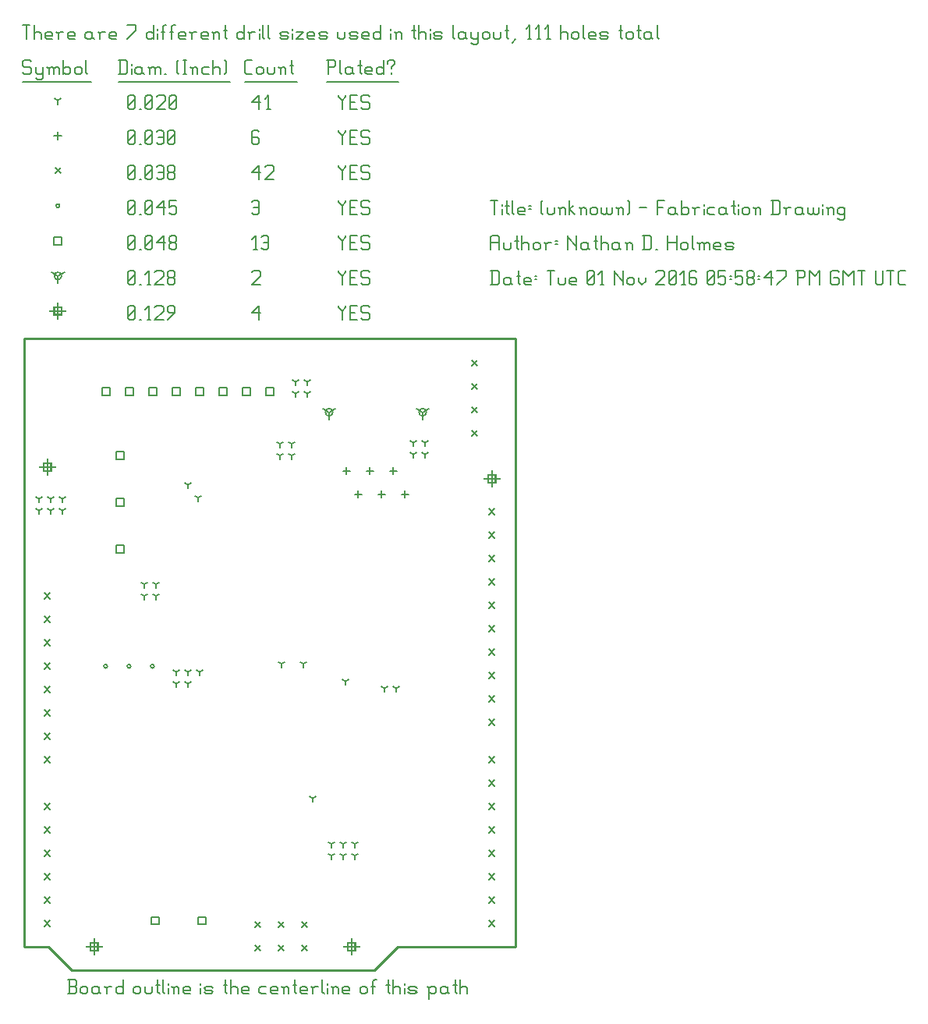
<source format=gbr>
G04 start of page 12 for group -3984 idx -3984 *
G04 Title: (unknown), fab *
G04 Creator: pcb 20140316 *
G04 CreationDate: Tue 01 Nov 2016 05:58:47 PM GMT UTC *
G04 For: ndholmes *
G04 Format: Gerber/RS-274X *
G04 PCB-Dimensions (mil): 2110.00 2710.00 *
G04 PCB-Coordinate-Origin: lower left *
%MOIN*%
%FSLAX25Y25*%
%LNFAB*%
%ADD103C,0.0100*%
%ADD102C,0.0060*%
%ADD101R,0.0080X0.0080*%
G54D101*X140500Y13700D02*Y7300D01*
X137300Y10500D02*X143700D01*
X138900Y12100D02*X142100D01*
X138900D02*Y8900D01*
X142100D01*
Y12100D02*Y8900D01*
X200500Y213700D02*Y207300D01*
X197300Y210500D02*X203700D01*
X198900Y212100D02*X202100D01*
X198900D02*Y208900D01*
X202100D01*
Y212100D02*Y208900D01*
X10500Y218700D02*Y212300D01*
X7300Y215500D02*X13700D01*
X8900Y217100D02*X12100D01*
X8900D02*Y213900D01*
X12100D01*
Y217100D02*Y213900D01*
X30500Y13700D02*Y7300D01*
X27300Y10500D02*X33700D01*
X28900Y12100D02*X32100D01*
X28900D02*Y8900D01*
X32100D01*
Y12100D02*Y8900D01*
X15000Y285450D02*Y279050D01*
X11800Y282250D02*X18200D01*
X13400Y283850D02*X16600D01*
X13400D02*Y280650D01*
X16600D01*
Y283850D02*Y280650D01*
G54D102*X135000Y284500D02*Y283750D01*
X136500Y282250D01*
X138000Y283750D01*
Y284500D02*Y283750D01*
X136500Y282250D02*Y278500D01*
X139800Y281500D02*X142050D01*
X139800Y278500D02*X142800D01*
X139800Y284500D02*Y278500D01*
Y284500D02*X142800D01*
X147600D02*X148350Y283750D01*
X145350Y284500D02*X147600D01*
X144600Y283750D02*X145350Y284500D01*
X144600Y283750D02*Y282250D01*
X145350Y281500D01*
X147600D01*
X148350Y280750D01*
Y279250D01*
X147600Y278500D02*X148350Y279250D01*
X145350Y278500D02*X147600D01*
X144600Y279250D02*X145350Y278500D01*
X98000Y281500D02*X101000Y284500D01*
X98000Y281500D02*X101750D01*
X101000Y284500D02*Y278500D01*
X45000Y279250D02*X45750Y278500D01*
X45000Y283750D02*Y279250D01*
Y283750D02*X45750Y284500D01*
X47250D01*
X48000Y283750D01*
Y279250D01*
X47250Y278500D02*X48000Y279250D01*
X45750Y278500D02*X47250D01*
X45000Y280000D02*X48000Y283000D01*
X49800Y278500D02*X50550D01*
X53100D02*X54600D01*
X53850Y284500D02*Y278500D01*
X52350Y283000D02*X53850Y284500D01*
X56400Y283750D02*X57150Y284500D01*
X59400D01*
X60150Y283750D01*
Y282250D01*
X56400Y278500D02*X60150Y282250D01*
X56400Y278500D02*X60150D01*
X61950D02*X64950Y281500D01*
Y283750D02*Y281500D01*
X64200Y284500D02*X64950Y283750D01*
X62700Y284500D02*X64200D01*
X61950Y283750D02*X62700Y284500D01*
X61950Y283750D02*Y282250D01*
X62700Y281500D01*
X64950D01*
X170900Y239000D02*Y235800D01*
Y239000D02*X173673Y240600D01*
X170900Y239000D02*X168127Y240600D01*
X169300Y239000D02*G75*G03X172500Y239000I1600J0D01*G01*
G75*G03X169300Y239000I-1600J0D01*G01*
X130900D02*Y235800D01*
Y239000D02*X133673Y240600D01*
X130900Y239000D02*X128127Y240600D01*
X129300Y239000D02*G75*G03X132500Y239000I1600J0D01*G01*
G75*G03X129300Y239000I-1600J0D01*G01*
X15000Y297250D02*Y294050D01*
Y297250D02*X17773Y298850D01*
X15000Y297250D02*X12227Y298850D01*
X13400Y297250D02*G75*G03X16600Y297250I1600J0D01*G01*
G75*G03X13400Y297250I-1600J0D01*G01*
X135000Y299500D02*Y298750D01*
X136500Y297250D01*
X138000Y298750D01*
Y299500D02*Y298750D01*
X136500Y297250D02*Y293500D01*
X139800Y296500D02*X142050D01*
X139800Y293500D02*X142800D01*
X139800Y299500D02*Y293500D01*
Y299500D02*X142800D01*
X147600D02*X148350Y298750D01*
X145350Y299500D02*X147600D01*
X144600Y298750D02*X145350Y299500D01*
X144600Y298750D02*Y297250D01*
X145350Y296500D01*
X147600D01*
X148350Y295750D01*
Y294250D01*
X147600Y293500D02*X148350Y294250D01*
X145350Y293500D02*X147600D01*
X144600Y294250D02*X145350Y293500D01*
X98000Y298750D02*X98750Y299500D01*
X101000D01*
X101750Y298750D01*
Y297250D01*
X98000Y293500D02*X101750Y297250D01*
X98000Y293500D02*X101750D01*
X45000Y294250D02*X45750Y293500D01*
X45000Y298750D02*Y294250D01*
Y298750D02*X45750Y299500D01*
X47250D01*
X48000Y298750D01*
Y294250D01*
X47250Y293500D02*X48000Y294250D01*
X45750Y293500D02*X47250D01*
X45000Y295000D02*X48000Y298000D01*
X49800Y293500D02*X50550D01*
X53100D02*X54600D01*
X53850Y299500D02*Y293500D01*
X52350Y298000D02*X53850Y299500D01*
X56400Y298750D02*X57150Y299500D01*
X59400D01*
X60150Y298750D01*
Y297250D01*
X56400Y293500D02*X60150Y297250D01*
X56400Y293500D02*X60150D01*
X61950Y294250D02*X62700Y293500D01*
X61950Y295750D02*Y294250D01*
Y295750D02*X62700Y296500D01*
X64200D01*
X64950Y295750D01*
Y294250D01*
X64200Y293500D02*X64950Y294250D01*
X62700Y293500D02*X64200D01*
X61950Y297250D02*X62700Y296500D01*
X61950Y298750D02*Y297250D01*
Y298750D02*X62700Y299500D01*
X64200D01*
X64950Y298750D01*
Y297250D01*
X64200Y296500D02*X64950Y297250D01*
X103900Y249400D02*X107100D01*
X103900D02*Y246200D01*
X107100D01*
Y249400D02*Y246200D01*
X93900Y249400D02*X97100D01*
X93900D02*Y246200D01*
X97100D01*
Y249400D02*Y246200D01*
X83900Y249400D02*X87100D01*
X83900D02*Y246200D01*
X87100D01*
Y249400D02*Y246200D01*
X73900Y249400D02*X77100D01*
X73900D02*Y246200D01*
X77100D01*
Y249400D02*Y246200D01*
X63900Y249400D02*X67100D01*
X63900D02*Y246200D01*
X67100D01*
Y249400D02*Y246200D01*
X53900Y249400D02*X57100D01*
X53900D02*Y246200D01*
X57100D01*
Y249400D02*Y246200D01*
X43900Y249400D02*X47100D01*
X43900D02*Y246200D01*
X47100D01*
Y249400D02*Y246200D01*
X33900Y249400D02*X37100D01*
X33900D02*Y246200D01*
X37100D01*
Y249400D02*Y246200D01*
X55000Y23300D02*X58200D01*
X55000D02*Y20100D01*
X58200D01*
Y23300D02*Y20100D01*
X75000Y23300D02*X78200D01*
X75000D02*Y20100D01*
X78200D01*
Y23300D02*Y20100D01*
X39900Y222100D02*X43100D01*
X39900D02*Y218900D01*
X43100D01*
Y222100D02*Y218900D01*
X39900Y202100D02*X43100D01*
X39900D02*Y198900D01*
X43100D01*
Y202100D02*Y198900D01*
X39900Y182100D02*X43100D01*
X39900D02*Y178900D01*
X43100D01*
Y182100D02*Y178900D01*
X13400Y313850D02*X16600D01*
X13400D02*Y310650D01*
X16600D01*
Y313850D02*Y310650D01*
X135000Y314500D02*Y313750D01*
X136500Y312250D01*
X138000Y313750D01*
Y314500D02*Y313750D01*
X136500Y312250D02*Y308500D01*
X139800Y311500D02*X142050D01*
X139800Y308500D02*X142800D01*
X139800Y314500D02*Y308500D01*
Y314500D02*X142800D01*
X147600D02*X148350Y313750D01*
X145350Y314500D02*X147600D01*
X144600Y313750D02*X145350Y314500D01*
X144600Y313750D02*Y312250D01*
X145350Y311500D01*
X147600D01*
X148350Y310750D01*
Y309250D01*
X147600Y308500D02*X148350Y309250D01*
X145350Y308500D02*X147600D01*
X144600Y309250D02*X145350Y308500D01*
X98750D02*X100250D01*
X99500Y314500D02*Y308500D01*
X98000Y313000D02*X99500Y314500D01*
X102050Y313750D02*X102800Y314500D01*
X104300D01*
X105050Y313750D01*
Y309250D01*
X104300Y308500D02*X105050Y309250D01*
X102800Y308500D02*X104300D01*
X102050Y309250D02*X102800Y308500D01*
Y311500D02*X105050D01*
X45000Y309250D02*X45750Y308500D01*
X45000Y313750D02*Y309250D01*
Y313750D02*X45750Y314500D01*
X47250D01*
X48000Y313750D01*
Y309250D01*
X47250Y308500D02*X48000Y309250D01*
X45750Y308500D02*X47250D01*
X45000Y310000D02*X48000Y313000D01*
X49800Y308500D02*X50550D01*
X52350Y309250D02*X53100Y308500D01*
X52350Y313750D02*Y309250D01*
Y313750D02*X53100Y314500D01*
X54600D01*
X55350Y313750D01*
Y309250D01*
X54600Y308500D02*X55350Y309250D01*
X53100Y308500D02*X54600D01*
X52350Y310000D02*X55350Y313000D01*
X57150Y311500D02*X60150Y314500D01*
X57150Y311500D02*X60900D01*
X60150Y314500D02*Y308500D01*
X62700Y309250D02*X63450Y308500D01*
X62700Y310750D02*Y309250D01*
Y310750D02*X63450Y311500D01*
X64950D01*
X65700Y310750D01*
Y309250D01*
X64950Y308500D02*X65700Y309250D01*
X63450Y308500D02*X64950D01*
X62700Y312250D02*X63450Y311500D01*
X62700Y313750D02*Y312250D01*
Y313750D02*X63450Y314500D01*
X64950D01*
X65700Y313750D01*
Y312250D01*
X64950Y311500D02*X65700Y312250D01*
X54600Y130400D02*G75*G03X56200Y130400I800J0D01*G01*
G75*G03X54600Y130400I-800J0D01*G01*
X44600D02*G75*G03X46200Y130400I800J0D01*G01*
G75*G03X44600Y130400I-800J0D01*G01*
X34600D02*G75*G03X36200Y130400I800J0D01*G01*
G75*G03X34600Y130400I-800J0D01*G01*
X14200Y327250D02*G75*G03X15800Y327250I800J0D01*G01*
G75*G03X14200Y327250I-800J0D01*G01*
X135000Y329500D02*Y328750D01*
X136500Y327250D01*
X138000Y328750D01*
Y329500D02*Y328750D01*
X136500Y327250D02*Y323500D01*
X139800Y326500D02*X142050D01*
X139800Y323500D02*X142800D01*
X139800Y329500D02*Y323500D01*
Y329500D02*X142800D01*
X147600D02*X148350Y328750D01*
X145350Y329500D02*X147600D01*
X144600Y328750D02*X145350Y329500D01*
X144600Y328750D02*Y327250D01*
X145350Y326500D01*
X147600D01*
X148350Y325750D01*
Y324250D01*
X147600Y323500D02*X148350Y324250D01*
X145350Y323500D02*X147600D01*
X144600Y324250D02*X145350Y323500D01*
X98000Y328750D02*X98750Y329500D01*
X100250D01*
X101000Y328750D01*
Y324250D01*
X100250Y323500D02*X101000Y324250D01*
X98750Y323500D02*X100250D01*
X98000Y324250D02*X98750Y323500D01*
Y326500D02*X101000D01*
X45000Y324250D02*X45750Y323500D01*
X45000Y328750D02*Y324250D01*
Y328750D02*X45750Y329500D01*
X47250D01*
X48000Y328750D01*
Y324250D01*
X47250Y323500D02*X48000Y324250D01*
X45750Y323500D02*X47250D01*
X45000Y325000D02*X48000Y328000D01*
X49800Y323500D02*X50550D01*
X52350Y324250D02*X53100Y323500D01*
X52350Y328750D02*Y324250D01*
Y328750D02*X53100Y329500D01*
X54600D01*
X55350Y328750D01*
Y324250D01*
X54600Y323500D02*X55350Y324250D01*
X53100Y323500D02*X54600D01*
X52350Y325000D02*X55350Y328000D01*
X57150Y326500D02*X60150Y329500D01*
X57150Y326500D02*X60900D01*
X60150Y329500D02*Y323500D01*
X62700Y329500D02*X65700D01*
X62700D02*Y326500D01*
X63450Y327250D01*
X64950D01*
X65700Y326500D01*
Y324250D01*
X64950Y323500D02*X65700Y324250D01*
X63450Y323500D02*X64950D01*
X62700Y324250D02*X63450Y323500D01*
X9300Y161700D02*X11700Y159300D01*
X9300D02*X11700Y161700D01*
X9300Y151700D02*X11700Y149300D01*
X9300D02*X11700Y151700D01*
X9300Y141700D02*X11700Y139300D01*
X9300D02*X11700Y141700D01*
X9300Y131700D02*X11700Y129300D01*
X9300D02*X11700Y131700D01*
X9300Y121700D02*X11700Y119300D01*
X9300D02*X11700Y121700D01*
X9300Y111700D02*X11700Y109300D01*
X9300D02*X11700Y111700D01*
X9300Y101700D02*X11700Y99300D01*
X9300D02*X11700Y101700D01*
X9300Y91700D02*X11700Y89300D01*
X9300D02*X11700Y91700D01*
X9300Y71700D02*X11700Y69300D01*
X9300D02*X11700Y71700D01*
X9300Y61700D02*X11700Y59300D01*
X9300D02*X11700Y61700D01*
X9300Y51700D02*X11700Y49300D01*
X9300D02*X11700Y51700D01*
X9300Y41700D02*X11700Y39300D01*
X9300D02*X11700Y41700D01*
X9300Y31700D02*X11700Y29300D01*
X9300D02*X11700Y31700D01*
X9300Y21700D02*X11700Y19300D01*
X9300D02*X11700Y21700D01*
X199300D02*X201700Y19300D01*
X199300D02*X201700Y21700D01*
X199300Y31700D02*X201700Y29300D01*
X199300D02*X201700Y31700D01*
X199300Y41700D02*X201700Y39300D01*
X199300D02*X201700Y41700D01*
X199300Y51700D02*X201700Y49300D01*
X199300D02*X201700Y51700D01*
X199300Y61700D02*X201700Y59300D01*
X199300D02*X201700Y61700D01*
X199300Y71700D02*X201700Y69300D01*
X199300D02*X201700Y71700D01*
X199300Y81700D02*X201700Y79300D01*
X199300D02*X201700Y81700D01*
X199300Y91700D02*X201700Y89300D01*
X199300D02*X201700Y91700D01*
X199300Y107700D02*X201700Y105300D01*
X199300D02*X201700Y107700D01*
X199300Y117700D02*X201700Y115300D01*
X199300D02*X201700Y117700D01*
X199300Y127700D02*X201700Y125300D01*
X199300D02*X201700Y127700D01*
X199300Y137700D02*X201700Y135300D01*
X199300D02*X201700Y137700D01*
X199300Y147700D02*X201700Y145300D01*
X199300D02*X201700Y147700D01*
X199300Y157700D02*X201700Y155300D01*
X199300D02*X201700Y157700D01*
X199300Y167700D02*X201700Y165300D01*
X199300D02*X201700Y167700D01*
X199300Y177700D02*X201700Y175300D01*
X199300D02*X201700Y177700D01*
X199300Y187700D02*X201700Y185300D01*
X199300D02*X201700Y187700D01*
X199300Y197700D02*X201700Y195300D01*
X199300D02*X201700Y197700D01*
X119100Y21200D02*X121500Y18800D01*
X119100D02*X121500Y21200D01*
X109100D02*X111500Y18800D01*
X109100D02*X111500Y21200D01*
X99100D02*X101500Y18800D01*
X99100D02*X101500Y21200D01*
X119100Y11200D02*X121500Y8800D01*
X119100D02*X121500Y11200D01*
X109100D02*X111500Y8800D01*
X109100D02*X111500Y11200D01*
X99100D02*X101500Y8800D01*
X99100D02*X101500Y11200D01*
X191800Y261200D02*X194200Y258800D01*
X191800D02*X194200Y261200D01*
X191800Y251200D02*X194200Y248800D01*
X191800D02*X194200Y251200D01*
X191800Y241200D02*X194200Y238800D01*
X191800D02*X194200Y241200D01*
X191800Y231200D02*X194200Y228800D01*
X191800D02*X194200Y231200D01*
X13800Y343450D02*X16200Y341050D01*
X13800D02*X16200Y343450D01*
X135000Y344500D02*Y343750D01*
X136500Y342250D01*
X138000Y343750D01*
Y344500D02*Y343750D01*
X136500Y342250D02*Y338500D01*
X139800Y341500D02*X142050D01*
X139800Y338500D02*X142800D01*
X139800Y344500D02*Y338500D01*
Y344500D02*X142800D01*
X147600D02*X148350Y343750D01*
X145350Y344500D02*X147600D01*
X144600Y343750D02*X145350Y344500D01*
X144600Y343750D02*Y342250D01*
X145350Y341500D01*
X147600D01*
X148350Y340750D01*
Y339250D01*
X147600Y338500D02*X148350Y339250D01*
X145350Y338500D02*X147600D01*
X144600Y339250D02*X145350Y338500D01*
X98000Y341500D02*X101000Y344500D01*
X98000Y341500D02*X101750D01*
X101000Y344500D02*Y338500D01*
X103550Y343750D02*X104300Y344500D01*
X106550D01*
X107300Y343750D01*
Y342250D01*
X103550Y338500D02*X107300Y342250D01*
X103550Y338500D02*X107300D01*
X45000Y339250D02*X45750Y338500D01*
X45000Y343750D02*Y339250D01*
Y343750D02*X45750Y344500D01*
X47250D01*
X48000Y343750D01*
Y339250D01*
X47250Y338500D02*X48000Y339250D01*
X45750Y338500D02*X47250D01*
X45000Y340000D02*X48000Y343000D01*
X49800Y338500D02*X50550D01*
X52350Y339250D02*X53100Y338500D01*
X52350Y343750D02*Y339250D01*
Y343750D02*X53100Y344500D01*
X54600D01*
X55350Y343750D01*
Y339250D01*
X54600Y338500D02*X55350Y339250D01*
X53100Y338500D02*X54600D01*
X52350Y340000D02*X55350Y343000D01*
X57150Y343750D02*X57900Y344500D01*
X59400D01*
X60150Y343750D01*
Y339250D01*
X59400Y338500D02*X60150Y339250D01*
X57900Y338500D02*X59400D01*
X57150Y339250D02*X57900Y338500D01*
Y341500D02*X60150D01*
X61950Y339250D02*X62700Y338500D01*
X61950Y340750D02*Y339250D01*
Y340750D02*X62700Y341500D01*
X64200D01*
X64950Y340750D01*
Y339250D01*
X64200Y338500D02*X64950Y339250D01*
X62700Y338500D02*X64200D01*
X61950Y342250D02*X62700Y341500D01*
X61950Y343750D02*Y342250D01*
Y343750D02*X62700Y344500D01*
X64200D01*
X64950Y343750D01*
Y342250D01*
X64200Y341500D02*X64950Y342250D01*
X163400Y205600D02*Y202400D01*
X161800Y204000D02*X165000D01*
X158400Y215600D02*Y212400D01*
X156800Y214000D02*X160000D01*
X153400Y205600D02*Y202400D01*
X151800Y204000D02*X155000D01*
X148400Y215600D02*Y212400D01*
X146800Y214000D02*X150000D01*
X143400Y205600D02*Y202400D01*
X141800Y204000D02*X145000D01*
X138400Y215600D02*Y212400D01*
X136800Y214000D02*X140000D01*
X15000Y358850D02*Y355650D01*
X13400Y357250D02*X16600D01*
X135000Y359500D02*Y358750D01*
X136500Y357250D01*
X138000Y358750D01*
Y359500D02*Y358750D01*
X136500Y357250D02*Y353500D01*
X139800Y356500D02*X142050D01*
X139800Y353500D02*X142800D01*
X139800Y359500D02*Y353500D01*
Y359500D02*X142800D01*
X147600D02*X148350Y358750D01*
X145350Y359500D02*X147600D01*
X144600Y358750D02*X145350Y359500D01*
X144600Y358750D02*Y357250D01*
X145350Y356500D01*
X147600D01*
X148350Y355750D01*
Y354250D01*
X147600Y353500D02*X148350Y354250D01*
X145350Y353500D02*X147600D01*
X144600Y354250D02*X145350Y353500D01*
X100250Y359500D02*X101000Y358750D01*
X98750Y359500D02*X100250D01*
X98000Y358750D02*X98750Y359500D01*
X98000Y358750D02*Y354250D01*
X98750Y353500D01*
X100250Y356500D02*X101000Y355750D01*
X98000Y356500D02*X100250D01*
X98750Y353500D02*X100250D01*
X101000Y354250D01*
Y355750D02*Y354250D01*
X45000D02*X45750Y353500D01*
X45000Y358750D02*Y354250D01*
Y358750D02*X45750Y359500D01*
X47250D01*
X48000Y358750D01*
Y354250D01*
X47250Y353500D02*X48000Y354250D01*
X45750Y353500D02*X47250D01*
X45000Y355000D02*X48000Y358000D01*
X49800Y353500D02*X50550D01*
X52350Y354250D02*X53100Y353500D01*
X52350Y358750D02*Y354250D01*
Y358750D02*X53100Y359500D01*
X54600D01*
X55350Y358750D01*
Y354250D01*
X54600Y353500D02*X55350Y354250D01*
X53100Y353500D02*X54600D01*
X52350Y355000D02*X55350Y358000D01*
X57150Y358750D02*X57900Y359500D01*
X59400D01*
X60150Y358750D01*
Y354250D01*
X59400Y353500D02*X60150Y354250D01*
X57900Y353500D02*X59400D01*
X57150Y354250D02*X57900Y353500D01*
Y356500D02*X60150D01*
X61950Y354250D02*X62700Y353500D01*
X61950Y358750D02*Y354250D01*
Y358750D02*X62700Y359500D01*
X64200D01*
X64950Y358750D01*
Y354250D01*
X64200Y353500D02*X64950Y354250D01*
X62700Y353500D02*X64200D01*
X61950Y355000D02*X64950Y358000D01*
X7000Y197000D02*Y195400D01*
Y197000D02*X8387Y197800D01*
X7000Y197000D02*X5613Y197800D01*
X12000Y197000D02*Y195400D01*
Y197000D02*X13387Y197800D01*
X12000Y197000D02*X10613Y197800D01*
X17000Y197000D02*Y195400D01*
Y197000D02*X18387Y197800D01*
X17000Y197000D02*X15613Y197800D01*
X7000Y202000D02*Y200400D01*
Y202000D02*X8387Y202800D01*
X7000Y202000D02*X5613Y202800D01*
X12000Y202000D02*Y200400D01*
Y202000D02*X13387Y202800D01*
X12000Y202000D02*X10613Y202800D01*
X17000Y202000D02*Y200400D01*
Y202000D02*X18387Y202800D01*
X17000Y202000D02*X15613Y202800D01*
X121500Y247000D02*Y245400D01*
Y247000D02*X122887Y247800D01*
X121500Y247000D02*X120113Y247800D01*
X121500Y252000D02*Y250400D01*
Y252000D02*X122887Y252800D01*
X121500Y252000D02*X120113Y252800D01*
X116500Y252000D02*Y250400D01*
Y252000D02*X117887Y252800D01*
X116500Y252000D02*X115113Y252800D01*
X116500Y247000D02*Y245400D01*
Y247000D02*X117887Y247800D01*
X116500Y247000D02*X115113Y247800D01*
X132000Y49500D02*Y47900D01*
Y49500D02*X133387Y50300D01*
X132000Y49500D02*X130613Y50300D01*
X137000Y49500D02*Y47900D01*
Y49500D02*X138387Y50300D01*
X137000Y49500D02*X135613Y50300D01*
X142000Y49500D02*Y47900D01*
Y49500D02*X143387Y50300D01*
X142000Y49500D02*X140613Y50300D01*
X132000Y54500D02*Y52900D01*
Y54500D02*X133387Y55300D01*
X132000Y54500D02*X130613Y55300D01*
X137000Y54500D02*Y52900D01*
Y54500D02*X138387Y55300D01*
X137000Y54500D02*X135613Y55300D01*
X142000Y54500D02*Y52900D01*
Y54500D02*X143387Y55300D01*
X142000Y54500D02*X140613Y55300D01*
X154500Y121000D02*Y119400D01*
Y121000D02*X155887Y121800D01*
X154500Y121000D02*X153113Y121800D01*
X159500Y121000D02*Y119400D01*
Y121000D02*X160887Y121800D01*
X159500Y121000D02*X158113Y121800D01*
X138000Y124000D02*Y122400D01*
Y124000D02*X139387Y124800D01*
X138000Y124000D02*X136613Y124800D01*
X65500Y123000D02*Y121400D01*
Y123000D02*X66887Y123800D01*
X65500Y123000D02*X64113Y123800D01*
X70500Y123000D02*Y121400D01*
Y123000D02*X71887Y123800D01*
X70500Y123000D02*X69113Y123800D01*
X65500Y128000D02*Y126400D01*
Y128000D02*X66887Y128800D01*
X65500Y128000D02*X64113Y128800D01*
X70500Y128000D02*Y126400D01*
Y128000D02*X71887Y128800D01*
X70500Y128000D02*X69113Y128800D01*
X75500Y128000D02*Y126400D01*
Y128000D02*X76887Y128800D01*
X75500Y128000D02*X74113Y128800D01*
X167000Y221000D02*Y219400D01*
Y221000D02*X168387Y221800D01*
X167000Y221000D02*X165613Y221800D01*
X172000Y221000D02*Y219400D01*
Y221000D02*X173387Y221800D01*
X172000Y221000D02*X170613Y221800D01*
X167000Y226000D02*Y224400D01*
Y226000D02*X168387Y226800D01*
X167000Y226000D02*X165613Y226800D01*
X172000Y226000D02*Y224400D01*
Y226000D02*X173387Y226800D01*
X172000Y226000D02*X170613Y226800D01*
X124000Y74000D02*Y72400D01*
Y74000D02*X125387Y74800D01*
X124000Y74000D02*X122613Y74800D01*
X75000Y202500D02*Y200900D01*
Y202500D02*X76387Y203300D01*
X75000Y202500D02*X73613Y203300D01*
X70500Y208000D02*Y206400D01*
Y208000D02*X71887Y208800D01*
X70500Y208000D02*X69113Y208800D01*
X110000Y220500D02*Y218900D01*
Y220500D02*X111387Y221300D01*
X110000Y220500D02*X108613Y221300D01*
X115000Y220500D02*Y218900D01*
Y220500D02*X116387Y221300D01*
X115000Y220500D02*X113613Y221300D01*
X110000Y225500D02*Y223900D01*
Y225500D02*X111387Y226300D01*
X110000Y225500D02*X108613Y226300D01*
X115000Y225500D02*Y223900D01*
Y225500D02*X116387Y226300D01*
X115000Y225500D02*X113613Y226300D01*
X120000Y131500D02*Y129900D01*
Y131500D02*X121387Y132300D01*
X120000Y131500D02*X118613Y132300D01*
X110500Y131500D02*Y129900D01*
Y131500D02*X111887Y132300D01*
X110500Y131500D02*X109113Y132300D01*
X52000Y160500D02*Y158900D01*
Y160500D02*X53387Y161300D01*
X52000Y160500D02*X50613Y161300D01*
X57000Y160500D02*Y158900D01*
Y160500D02*X58387Y161300D01*
X57000Y160500D02*X55613Y161300D01*
X52000Y165500D02*Y163900D01*
Y165500D02*X53387Y166300D01*
X52000Y165500D02*X50613Y166300D01*
X57000Y165500D02*Y163900D01*
Y165500D02*X58387Y166300D01*
X57000Y165500D02*X55613Y166300D01*
X15000Y372250D02*Y370650D01*
Y372250D02*X16387Y373050D01*
X15000Y372250D02*X13613Y373050D01*
X135000Y374500D02*Y373750D01*
X136500Y372250D01*
X138000Y373750D01*
Y374500D02*Y373750D01*
X136500Y372250D02*Y368500D01*
X139800Y371500D02*X142050D01*
X139800Y368500D02*X142800D01*
X139800Y374500D02*Y368500D01*
Y374500D02*X142800D01*
X147600D02*X148350Y373750D01*
X145350Y374500D02*X147600D01*
X144600Y373750D02*X145350Y374500D01*
X144600Y373750D02*Y372250D01*
X145350Y371500D01*
X147600D01*
X148350Y370750D01*
Y369250D01*
X147600Y368500D02*X148350Y369250D01*
X145350Y368500D02*X147600D01*
X144600Y369250D02*X145350Y368500D01*
X98000Y371500D02*X101000Y374500D01*
X98000Y371500D02*X101750D01*
X101000Y374500D02*Y368500D01*
X104300D02*X105800D01*
X105050Y374500D02*Y368500D01*
X103550Y373000D02*X105050Y374500D01*
X45000Y369250D02*X45750Y368500D01*
X45000Y373750D02*Y369250D01*
Y373750D02*X45750Y374500D01*
X47250D01*
X48000Y373750D01*
Y369250D01*
X47250Y368500D02*X48000Y369250D01*
X45750Y368500D02*X47250D01*
X45000Y370000D02*X48000Y373000D01*
X49800Y368500D02*X50550D01*
X52350Y369250D02*X53100Y368500D01*
X52350Y373750D02*Y369250D01*
Y373750D02*X53100Y374500D01*
X54600D01*
X55350Y373750D01*
Y369250D01*
X54600Y368500D02*X55350Y369250D01*
X53100Y368500D02*X54600D01*
X52350Y370000D02*X55350Y373000D01*
X57150Y373750D02*X57900Y374500D01*
X60150D01*
X60900Y373750D01*
Y372250D01*
X57150Y368500D02*X60900Y372250D01*
X57150Y368500D02*X60900D01*
X62700Y369250D02*X63450Y368500D01*
X62700Y373750D02*Y369250D01*
Y373750D02*X63450Y374500D01*
X64950D01*
X65700Y373750D01*
Y369250D01*
X64950Y368500D02*X65700Y369250D01*
X63450Y368500D02*X64950D01*
X62700Y370000D02*X65700Y373000D01*
X3000Y389500D02*X3750Y388750D01*
X750Y389500D02*X3000D01*
X0Y388750D02*X750Y389500D01*
X0Y388750D02*Y387250D01*
X750Y386500D01*
X3000D01*
X3750Y385750D01*
Y384250D01*
X3000Y383500D02*X3750Y384250D01*
X750Y383500D02*X3000D01*
X0Y384250D02*X750Y383500D01*
X5550Y386500D02*Y384250D01*
X6300Y383500D01*
X8550Y386500D02*Y382000D01*
X7800Y381250D02*X8550Y382000D01*
X6300Y381250D02*X7800D01*
X5550Y382000D02*X6300Y381250D01*
Y383500D02*X7800D01*
X8550Y384250D01*
X11100Y385750D02*Y383500D01*
Y385750D02*X11850Y386500D01*
X12600D01*
X13350Y385750D01*
Y383500D01*
Y385750D02*X14100Y386500D01*
X14850D01*
X15600Y385750D01*
Y383500D01*
X10350Y386500D02*X11100Y385750D01*
X17400Y389500D02*Y383500D01*
Y384250D02*X18150Y383500D01*
X19650D01*
X20400Y384250D01*
Y385750D02*Y384250D01*
X19650Y386500D02*X20400Y385750D01*
X18150Y386500D02*X19650D01*
X17400Y385750D02*X18150Y386500D01*
X22200Y385750D02*Y384250D01*
Y385750D02*X22950Y386500D01*
X24450D01*
X25200Y385750D01*
Y384250D01*
X24450Y383500D02*X25200Y384250D01*
X22950Y383500D02*X24450D01*
X22200Y384250D02*X22950Y383500D01*
X27000Y389500D02*Y384250D01*
X27750Y383500D01*
X0Y380250D02*X29250D01*
X41750Y389500D02*Y383500D01*
X44000Y389500D02*X44750Y388750D01*
Y384250D01*
X44000Y383500D02*X44750Y384250D01*
X41000Y383500D02*X44000D01*
X41000Y389500D02*X44000D01*
X46550Y388000D02*Y387250D01*
Y385750D02*Y383500D01*
X50300Y386500D02*X51050Y385750D01*
X48800Y386500D02*X50300D01*
X48050Y385750D02*X48800Y386500D01*
X48050Y385750D02*Y384250D01*
X48800Y383500D01*
X51050Y386500D02*Y384250D01*
X51800Y383500D01*
X48800D02*X50300D01*
X51050Y384250D01*
X54350Y385750D02*Y383500D01*
Y385750D02*X55100Y386500D01*
X55850D01*
X56600Y385750D01*
Y383500D01*
Y385750D02*X57350Y386500D01*
X58100D01*
X58850Y385750D01*
Y383500D01*
X53600Y386500D02*X54350Y385750D01*
X60650Y383500D02*X61400D01*
X65900Y384250D02*X66650Y383500D01*
X65900Y388750D02*X66650Y389500D01*
X65900Y388750D02*Y384250D01*
X68450Y389500D02*X69950D01*
X69200D02*Y383500D01*
X68450D02*X69950D01*
X72500Y385750D02*Y383500D01*
Y385750D02*X73250Y386500D01*
X74000D01*
X74750Y385750D01*
Y383500D01*
X71750Y386500D02*X72500Y385750D01*
X77300Y386500D02*X79550D01*
X76550Y385750D02*X77300Y386500D01*
X76550Y385750D02*Y384250D01*
X77300Y383500D01*
X79550D01*
X81350Y389500D02*Y383500D01*
Y385750D02*X82100Y386500D01*
X83600D01*
X84350Y385750D01*
Y383500D01*
X86150Y389500D02*X86900Y388750D01*
Y384250D01*
X86150Y383500D02*X86900Y384250D01*
X41000Y380250D02*X88700D01*
X95750Y383500D02*X98000D01*
X95000Y384250D02*X95750Y383500D01*
X95000Y388750D02*Y384250D01*
Y388750D02*X95750Y389500D01*
X98000D01*
X99800Y385750D02*Y384250D01*
Y385750D02*X100550Y386500D01*
X102050D01*
X102800Y385750D01*
Y384250D01*
X102050Y383500D02*X102800Y384250D01*
X100550Y383500D02*X102050D01*
X99800Y384250D02*X100550Y383500D01*
X104600Y386500D02*Y384250D01*
X105350Y383500D01*
X106850D01*
X107600Y384250D01*
Y386500D02*Y384250D01*
X110150Y385750D02*Y383500D01*
Y385750D02*X110900Y386500D01*
X111650D01*
X112400Y385750D01*
Y383500D01*
X109400Y386500D02*X110150Y385750D01*
X114950Y389500D02*Y384250D01*
X115700Y383500D01*
X114200Y387250D02*X115700D01*
X95000Y380250D02*X117200D01*
X130750Y389500D02*Y383500D01*
X130000Y389500D02*X133000D01*
X133750Y388750D01*
Y387250D01*
X133000Y386500D02*X133750Y387250D01*
X130750Y386500D02*X133000D01*
X135550Y389500D02*Y384250D01*
X136300Y383500D01*
X140050Y386500D02*X140800Y385750D01*
X138550Y386500D02*X140050D01*
X137800Y385750D02*X138550Y386500D01*
X137800Y385750D02*Y384250D01*
X138550Y383500D01*
X140800Y386500D02*Y384250D01*
X141550Y383500D01*
X138550D02*X140050D01*
X140800Y384250D01*
X144100Y389500D02*Y384250D01*
X144850Y383500D01*
X143350Y387250D02*X144850D01*
X147100Y383500D02*X149350D01*
X146350Y384250D02*X147100Y383500D01*
X146350Y385750D02*Y384250D01*
Y385750D02*X147100Y386500D01*
X148600D01*
X149350Y385750D01*
X146350Y385000D02*X149350D01*
Y385750D02*Y385000D01*
X154150Y389500D02*Y383500D01*
X153400D02*X154150Y384250D01*
X151900Y383500D02*X153400D01*
X151150Y384250D02*X151900Y383500D01*
X151150Y385750D02*Y384250D01*
Y385750D02*X151900Y386500D01*
X153400D01*
X154150Y385750D01*
X157450Y386500D02*Y385750D01*
Y384250D02*Y383500D01*
X155950Y388750D02*Y388000D01*
Y388750D02*X156700Y389500D01*
X158200D01*
X158950Y388750D01*
Y388000D01*
X157450Y386500D02*X158950Y388000D01*
X130000Y380250D02*X160750D01*
X0Y404500D02*X3000D01*
X1500D02*Y398500D01*
X4800Y404500D02*Y398500D01*
Y400750D02*X5550Y401500D01*
X7050D01*
X7800Y400750D01*
Y398500D01*
X10350D02*X12600D01*
X9600Y399250D02*X10350Y398500D01*
X9600Y400750D02*Y399250D01*
Y400750D02*X10350Y401500D01*
X11850D01*
X12600Y400750D01*
X9600Y400000D02*X12600D01*
Y400750D02*Y400000D01*
X15150Y400750D02*Y398500D01*
Y400750D02*X15900Y401500D01*
X17400D01*
X14400D02*X15150Y400750D01*
X19950Y398500D02*X22200D01*
X19200Y399250D02*X19950Y398500D01*
X19200Y400750D02*Y399250D01*
Y400750D02*X19950Y401500D01*
X21450D01*
X22200Y400750D01*
X19200Y400000D02*X22200D01*
Y400750D02*Y400000D01*
X28950Y401500D02*X29700Y400750D01*
X27450Y401500D02*X28950D01*
X26700Y400750D02*X27450Y401500D01*
X26700Y400750D02*Y399250D01*
X27450Y398500D01*
X29700Y401500D02*Y399250D01*
X30450Y398500D01*
X27450D02*X28950D01*
X29700Y399250D01*
X33000Y400750D02*Y398500D01*
Y400750D02*X33750Y401500D01*
X35250D01*
X32250D02*X33000Y400750D01*
X37800Y398500D02*X40050D01*
X37050Y399250D02*X37800Y398500D01*
X37050Y400750D02*Y399250D01*
Y400750D02*X37800Y401500D01*
X39300D01*
X40050Y400750D01*
X37050Y400000D02*X40050D01*
Y400750D02*Y400000D01*
X44550Y398500D02*X48300Y402250D01*
Y404500D02*Y402250D01*
X44550Y404500D02*X48300D01*
X55800D02*Y398500D01*
X55050D02*X55800Y399250D01*
X53550Y398500D02*X55050D01*
X52800Y399250D02*X53550Y398500D01*
X52800Y400750D02*Y399250D01*
Y400750D02*X53550Y401500D01*
X55050D01*
X55800Y400750D01*
X57600Y403000D02*Y402250D01*
Y400750D02*Y398500D01*
X59850Y403750D02*Y398500D01*
Y403750D02*X60600Y404500D01*
X61350D01*
X59100Y401500D02*X60600D01*
X63600Y403750D02*Y398500D01*
Y403750D02*X64350Y404500D01*
X65100D01*
X62850Y401500D02*X64350D01*
X67350Y398500D02*X69600D01*
X66600Y399250D02*X67350Y398500D01*
X66600Y400750D02*Y399250D01*
Y400750D02*X67350Y401500D01*
X68850D01*
X69600Y400750D01*
X66600Y400000D02*X69600D01*
Y400750D02*Y400000D01*
X72150Y400750D02*Y398500D01*
Y400750D02*X72900Y401500D01*
X74400D01*
X71400D02*X72150Y400750D01*
X76950Y398500D02*X79200D01*
X76200Y399250D02*X76950Y398500D01*
X76200Y400750D02*Y399250D01*
Y400750D02*X76950Y401500D01*
X78450D01*
X79200Y400750D01*
X76200Y400000D02*X79200D01*
Y400750D02*Y400000D01*
X81750Y400750D02*Y398500D01*
Y400750D02*X82500Y401500D01*
X83250D01*
X84000Y400750D01*
Y398500D01*
X81000Y401500D02*X81750Y400750D01*
X86550Y404500D02*Y399250D01*
X87300Y398500D01*
X85800Y402250D02*X87300D01*
X94500Y404500D02*Y398500D01*
X93750D02*X94500Y399250D01*
X92250Y398500D02*X93750D01*
X91500Y399250D02*X92250Y398500D01*
X91500Y400750D02*Y399250D01*
Y400750D02*X92250Y401500D01*
X93750D01*
X94500Y400750D01*
X97050D02*Y398500D01*
Y400750D02*X97800Y401500D01*
X99300D01*
X96300D02*X97050Y400750D01*
X101100Y403000D02*Y402250D01*
Y400750D02*Y398500D01*
X102600Y404500D02*Y399250D01*
X103350Y398500D01*
X104850Y404500D02*Y399250D01*
X105600Y398500D01*
X110550D02*X112800D01*
X113550Y399250D01*
X112800Y400000D02*X113550Y399250D01*
X110550Y400000D02*X112800D01*
X109800Y400750D02*X110550Y400000D01*
X109800Y400750D02*X110550Y401500D01*
X112800D01*
X113550Y400750D01*
X109800Y399250D02*X110550Y398500D01*
X115350Y403000D02*Y402250D01*
Y400750D02*Y398500D01*
X116850Y401500D02*X119850D01*
X116850Y398500D02*X119850Y401500D01*
X116850Y398500D02*X119850D01*
X122400D02*X124650D01*
X121650Y399250D02*X122400Y398500D01*
X121650Y400750D02*Y399250D01*
Y400750D02*X122400Y401500D01*
X123900D01*
X124650Y400750D01*
X121650Y400000D02*X124650D01*
Y400750D02*Y400000D01*
X127200Y398500D02*X129450D01*
X130200Y399250D01*
X129450Y400000D02*X130200Y399250D01*
X127200Y400000D02*X129450D01*
X126450Y400750D02*X127200Y400000D01*
X126450Y400750D02*X127200Y401500D01*
X129450D01*
X130200Y400750D01*
X126450Y399250D02*X127200Y398500D01*
X134700Y401500D02*Y399250D01*
X135450Y398500D01*
X136950D01*
X137700Y399250D01*
Y401500D02*Y399250D01*
X140250Y398500D02*X142500D01*
X143250Y399250D01*
X142500Y400000D02*X143250Y399250D01*
X140250Y400000D02*X142500D01*
X139500Y400750D02*X140250Y400000D01*
X139500Y400750D02*X140250Y401500D01*
X142500D01*
X143250Y400750D01*
X139500Y399250D02*X140250Y398500D01*
X145800D02*X148050D01*
X145050Y399250D02*X145800Y398500D01*
X145050Y400750D02*Y399250D01*
Y400750D02*X145800Y401500D01*
X147300D01*
X148050Y400750D01*
X145050Y400000D02*X148050D01*
Y400750D02*Y400000D01*
X152850Y404500D02*Y398500D01*
X152100D02*X152850Y399250D01*
X150600Y398500D02*X152100D01*
X149850Y399250D02*X150600Y398500D01*
X149850Y400750D02*Y399250D01*
Y400750D02*X150600Y401500D01*
X152100D01*
X152850Y400750D01*
X157350Y403000D02*Y402250D01*
Y400750D02*Y398500D01*
X159600Y400750D02*Y398500D01*
Y400750D02*X160350Y401500D01*
X161100D01*
X161850Y400750D01*
Y398500D01*
X158850Y401500D02*X159600Y400750D01*
X167100Y404500D02*Y399250D01*
X167850Y398500D01*
X166350Y402250D02*X167850D01*
X169350Y404500D02*Y398500D01*
Y400750D02*X170100Y401500D01*
X171600D01*
X172350Y400750D01*
Y398500D01*
X174150Y403000D02*Y402250D01*
Y400750D02*Y398500D01*
X176400D02*X178650D01*
X179400Y399250D01*
X178650Y400000D02*X179400Y399250D01*
X176400Y400000D02*X178650D01*
X175650Y400750D02*X176400Y400000D01*
X175650Y400750D02*X176400Y401500D01*
X178650D01*
X179400Y400750D01*
X175650Y399250D02*X176400Y398500D01*
X183900Y404500D02*Y399250D01*
X184650Y398500D01*
X188400Y401500D02*X189150Y400750D01*
X186900Y401500D02*X188400D01*
X186150Y400750D02*X186900Y401500D01*
X186150Y400750D02*Y399250D01*
X186900Y398500D01*
X189150Y401500D02*Y399250D01*
X189900Y398500D01*
X186900D02*X188400D01*
X189150Y399250D01*
X191700Y401500D02*Y399250D01*
X192450Y398500D01*
X194700Y401500D02*Y397000D01*
X193950Y396250D02*X194700Y397000D01*
X192450Y396250D02*X193950D01*
X191700Y397000D02*X192450Y396250D01*
Y398500D02*X193950D01*
X194700Y399250D01*
X196500Y400750D02*Y399250D01*
Y400750D02*X197250Y401500D01*
X198750D01*
X199500Y400750D01*
Y399250D01*
X198750Y398500D02*X199500Y399250D01*
X197250Y398500D02*X198750D01*
X196500Y399250D02*X197250Y398500D01*
X201300Y401500D02*Y399250D01*
X202050Y398500D01*
X203550D01*
X204300Y399250D01*
Y401500D02*Y399250D01*
X206850Y404500D02*Y399250D01*
X207600Y398500D01*
X206100Y402250D02*X207600D01*
X209100Y397000D02*X210600Y398500D01*
X215850D02*X217350D01*
X216600Y404500D02*Y398500D01*
X215100Y403000D02*X216600Y404500D01*
X219900Y398500D02*X221400D01*
X220650Y404500D02*Y398500D01*
X219150Y403000D02*X220650Y404500D01*
X223950Y398500D02*X225450D01*
X224700Y404500D02*Y398500D01*
X223200Y403000D02*X224700Y404500D01*
X229950D02*Y398500D01*
Y400750D02*X230700Y401500D01*
X232200D01*
X232950Y400750D01*
Y398500D01*
X234750Y400750D02*Y399250D01*
Y400750D02*X235500Y401500D01*
X237000D01*
X237750Y400750D01*
Y399250D01*
X237000Y398500D02*X237750Y399250D01*
X235500Y398500D02*X237000D01*
X234750Y399250D02*X235500Y398500D01*
X239550Y404500D02*Y399250D01*
X240300Y398500D01*
X242550D02*X244800D01*
X241800Y399250D02*X242550Y398500D01*
X241800Y400750D02*Y399250D01*
Y400750D02*X242550Y401500D01*
X244050D01*
X244800Y400750D01*
X241800Y400000D02*X244800D01*
Y400750D02*Y400000D01*
X247350Y398500D02*X249600D01*
X250350Y399250D01*
X249600Y400000D02*X250350Y399250D01*
X247350Y400000D02*X249600D01*
X246600Y400750D02*X247350Y400000D01*
X246600Y400750D02*X247350Y401500D01*
X249600D01*
X250350Y400750D01*
X246600Y399250D02*X247350Y398500D01*
X255600Y404500D02*Y399250D01*
X256350Y398500D01*
X254850Y402250D02*X256350D01*
X257850Y400750D02*Y399250D01*
Y400750D02*X258600Y401500D01*
X260100D01*
X260850Y400750D01*
Y399250D01*
X260100Y398500D02*X260850Y399250D01*
X258600Y398500D02*X260100D01*
X257850Y399250D02*X258600Y398500D01*
X263400Y404500D02*Y399250D01*
X264150Y398500D01*
X262650Y402250D02*X264150D01*
X267900Y401500D02*X268650Y400750D01*
X266400Y401500D02*X267900D01*
X265650Y400750D02*X266400Y401500D01*
X265650Y400750D02*Y399250D01*
X266400Y398500D01*
X268650Y401500D02*Y399250D01*
X269400Y398500D01*
X266400D02*X267900D01*
X268650Y399250D01*
X271200Y404500D02*Y399250D01*
X271950Y398500D01*
G54D103*X500Y270500D02*Y10500D01*
X210500D02*Y270500D01*
X500D01*
Y10500D02*X10800D01*
X20800Y500D01*
X150200D01*
X160200Y10500D01*
X210500D01*
G54D102*X19175Y-9500D02*X22175D01*
X22925Y-8750D01*
Y-7250D02*Y-8750D01*
X22175Y-6500D02*X22925Y-7250D01*
X19925Y-6500D02*X22175D01*
X19925Y-3500D02*Y-9500D01*
X19175Y-3500D02*X22175D01*
X22925Y-4250D01*
Y-5750D01*
X22175Y-6500D02*X22925Y-5750D01*
X24725Y-7250D02*Y-8750D01*
Y-7250D02*X25475Y-6500D01*
X26975D01*
X27725Y-7250D01*
Y-8750D01*
X26975Y-9500D02*X27725Y-8750D01*
X25475Y-9500D02*X26975D01*
X24725Y-8750D02*X25475Y-9500D01*
X31775Y-6500D02*X32525Y-7250D01*
X30275Y-6500D02*X31775D01*
X29525Y-7250D02*X30275Y-6500D01*
X29525Y-7250D02*Y-8750D01*
X30275Y-9500D01*
X32525Y-6500D02*Y-8750D01*
X33275Y-9500D01*
X30275D02*X31775D01*
X32525Y-8750D01*
X35825Y-7250D02*Y-9500D01*
Y-7250D02*X36575Y-6500D01*
X38075D01*
X35075D02*X35825Y-7250D01*
X42875Y-3500D02*Y-9500D01*
X42125D02*X42875Y-8750D01*
X40625Y-9500D02*X42125D01*
X39875Y-8750D02*X40625Y-9500D01*
X39875Y-7250D02*Y-8750D01*
Y-7250D02*X40625Y-6500D01*
X42125D01*
X42875Y-7250D01*
X47375D02*Y-8750D01*
Y-7250D02*X48125Y-6500D01*
X49625D01*
X50375Y-7250D01*
Y-8750D01*
X49625Y-9500D02*X50375Y-8750D01*
X48125Y-9500D02*X49625D01*
X47375Y-8750D02*X48125Y-9500D01*
X52175Y-6500D02*Y-8750D01*
X52925Y-9500D01*
X54425D01*
X55175Y-8750D01*
Y-6500D02*Y-8750D01*
X57725Y-3500D02*Y-8750D01*
X58475Y-9500D01*
X56975Y-5750D02*X58475D01*
X59975Y-3500D02*Y-8750D01*
X60725Y-9500D01*
X62225Y-5000D02*Y-5750D01*
Y-7250D02*Y-9500D01*
X64475Y-7250D02*Y-9500D01*
Y-7250D02*X65225Y-6500D01*
X65975D01*
X66725Y-7250D01*
Y-9500D01*
X63725Y-6500D02*X64475Y-7250D01*
X69275Y-9500D02*X71525D01*
X68525Y-8750D02*X69275Y-9500D01*
X68525Y-7250D02*Y-8750D01*
Y-7250D02*X69275Y-6500D01*
X70775D01*
X71525Y-7250D01*
X68525Y-8000D02*X71525D01*
Y-7250D02*Y-8000D01*
X76025Y-5000D02*Y-5750D01*
Y-7250D02*Y-9500D01*
X78275D02*X80525D01*
X81275Y-8750D01*
X80525Y-8000D02*X81275Y-8750D01*
X78275Y-8000D02*X80525D01*
X77525Y-7250D02*X78275Y-8000D01*
X77525Y-7250D02*X78275Y-6500D01*
X80525D01*
X81275Y-7250D01*
X77525Y-8750D02*X78275Y-9500D01*
X86525Y-3500D02*Y-8750D01*
X87275Y-9500D01*
X85775Y-5750D02*X87275D01*
X88775Y-3500D02*Y-9500D01*
Y-7250D02*X89525Y-6500D01*
X91025D01*
X91775Y-7250D01*
Y-9500D01*
X94325D02*X96575D01*
X93575Y-8750D02*X94325Y-9500D01*
X93575Y-7250D02*Y-8750D01*
Y-7250D02*X94325Y-6500D01*
X95825D01*
X96575Y-7250D01*
X93575Y-8000D02*X96575D01*
Y-7250D02*Y-8000D01*
X101825Y-6500D02*X104075D01*
X101075Y-7250D02*X101825Y-6500D01*
X101075Y-7250D02*Y-8750D01*
X101825Y-9500D01*
X104075D01*
X106625D02*X108875D01*
X105875Y-8750D02*X106625Y-9500D01*
X105875Y-7250D02*Y-8750D01*
Y-7250D02*X106625Y-6500D01*
X108125D01*
X108875Y-7250D01*
X105875Y-8000D02*X108875D01*
Y-7250D02*Y-8000D01*
X111425Y-7250D02*Y-9500D01*
Y-7250D02*X112175Y-6500D01*
X112925D01*
X113675Y-7250D01*
Y-9500D01*
X110675Y-6500D02*X111425Y-7250D01*
X116225Y-3500D02*Y-8750D01*
X116975Y-9500D01*
X115475Y-5750D02*X116975D01*
X119225Y-9500D02*X121475D01*
X118475Y-8750D02*X119225Y-9500D01*
X118475Y-7250D02*Y-8750D01*
Y-7250D02*X119225Y-6500D01*
X120725D01*
X121475Y-7250D01*
X118475Y-8000D02*X121475D01*
Y-7250D02*Y-8000D01*
X124025Y-7250D02*Y-9500D01*
Y-7250D02*X124775Y-6500D01*
X126275D01*
X123275D02*X124025Y-7250D01*
X128075Y-3500D02*Y-8750D01*
X128825Y-9500D01*
X130325Y-5000D02*Y-5750D01*
Y-7250D02*Y-9500D01*
X132575Y-7250D02*Y-9500D01*
Y-7250D02*X133325Y-6500D01*
X134075D01*
X134825Y-7250D01*
Y-9500D01*
X131825Y-6500D02*X132575Y-7250D01*
X137375Y-9500D02*X139625D01*
X136625Y-8750D02*X137375Y-9500D01*
X136625Y-7250D02*Y-8750D01*
Y-7250D02*X137375Y-6500D01*
X138875D01*
X139625Y-7250D01*
X136625Y-8000D02*X139625D01*
Y-7250D02*Y-8000D01*
X144125Y-7250D02*Y-8750D01*
Y-7250D02*X144875Y-6500D01*
X146375D01*
X147125Y-7250D01*
Y-8750D01*
X146375Y-9500D02*X147125Y-8750D01*
X144875Y-9500D02*X146375D01*
X144125Y-8750D02*X144875Y-9500D01*
X149675Y-4250D02*Y-9500D01*
Y-4250D02*X150425Y-3500D01*
X151175D01*
X148925Y-6500D02*X150425D01*
X156125Y-3500D02*Y-8750D01*
X156875Y-9500D01*
X155375Y-5750D02*X156875D01*
X158375Y-3500D02*Y-9500D01*
Y-7250D02*X159125Y-6500D01*
X160625D01*
X161375Y-7250D01*
Y-9500D01*
X163175Y-5000D02*Y-5750D01*
Y-7250D02*Y-9500D01*
X165425D02*X167675D01*
X168425Y-8750D01*
X167675Y-8000D02*X168425Y-8750D01*
X165425Y-8000D02*X167675D01*
X164675Y-7250D02*X165425Y-8000D01*
X164675Y-7250D02*X165425Y-6500D01*
X167675D01*
X168425Y-7250D01*
X164675Y-8750D02*X165425Y-9500D01*
X173675Y-7250D02*Y-11750D01*
X172925Y-6500D02*X173675Y-7250D01*
X174425Y-6500D01*
X175925D01*
X176675Y-7250D01*
Y-8750D01*
X175925Y-9500D02*X176675Y-8750D01*
X174425Y-9500D02*X175925D01*
X173675Y-8750D02*X174425Y-9500D01*
X180725Y-6500D02*X181475Y-7250D01*
X179225Y-6500D02*X180725D01*
X178475Y-7250D02*X179225Y-6500D01*
X178475Y-7250D02*Y-8750D01*
X179225Y-9500D01*
X181475Y-6500D02*Y-8750D01*
X182225Y-9500D01*
X179225D02*X180725D01*
X181475Y-8750D01*
X184775Y-3500D02*Y-8750D01*
X185525Y-9500D01*
X184025Y-5750D02*X185525D01*
X187025Y-3500D02*Y-9500D01*
Y-7250D02*X187775Y-6500D01*
X189275D01*
X190025Y-7250D01*
Y-9500D01*
X200750Y299500D02*Y293500D01*
X203000Y299500D02*X203750Y298750D01*
Y294250D01*
X203000Y293500D02*X203750Y294250D01*
X200000Y293500D02*X203000D01*
X200000Y299500D02*X203000D01*
X207800Y296500D02*X208550Y295750D01*
X206300Y296500D02*X207800D01*
X205550Y295750D02*X206300Y296500D01*
X205550Y295750D02*Y294250D01*
X206300Y293500D01*
X208550Y296500D02*Y294250D01*
X209300Y293500D01*
X206300D02*X207800D01*
X208550Y294250D01*
X211850Y299500D02*Y294250D01*
X212600Y293500D01*
X211100Y297250D02*X212600D01*
X214850Y293500D02*X217100D01*
X214100Y294250D02*X214850Y293500D01*
X214100Y295750D02*Y294250D01*
Y295750D02*X214850Y296500D01*
X216350D01*
X217100Y295750D01*
X214100Y295000D02*X217100D01*
Y295750D02*Y295000D01*
X218900Y297250D02*X219650D01*
X218900Y295750D02*X219650D01*
X224150Y299500D02*X227150D01*
X225650D02*Y293500D01*
X228950Y296500D02*Y294250D01*
X229700Y293500D01*
X231200D01*
X231950Y294250D01*
Y296500D02*Y294250D01*
X234500Y293500D02*X236750D01*
X233750Y294250D02*X234500Y293500D01*
X233750Y295750D02*Y294250D01*
Y295750D02*X234500Y296500D01*
X236000D01*
X236750Y295750D01*
X233750Y295000D02*X236750D01*
Y295750D02*Y295000D01*
X241250Y294250D02*X242000Y293500D01*
X241250Y298750D02*Y294250D01*
Y298750D02*X242000Y299500D01*
X243500D01*
X244250Y298750D01*
Y294250D01*
X243500Y293500D02*X244250Y294250D01*
X242000Y293500D02*X243500D01*
X241250Y295000D02*X244250Y298000D01*
X246800Y293500D02*X248300D01*
X247550Y299500D02*Y293500D01*
X246050Y298000D02*X247550Y299500D01*
X252800D02*Y293500D01*
Y299500D02*Y298750D01*
X256550Y295000D01*
Y299500D02*Y293500D01*
X258350Y295750D02*Y294250D01*
Y295750D02*X259100Y296500D01*
X260600D01*
X261350Y295750D01*
Y294250D01*
X260600Y293500D02*X261350Y294250D01*
X259100Y293500D02*X260600D01*
X258350Y294250D02*X259100Y293500D01*
X263150Y296500D02*Y295000D01*
X264650Y293500D01*
X266150Y295000D01*
Y296500D02*Y295000D01*
X270650Y298750D02*X271400Y299500D01*
X273650D01*
X274400Y298750D01*
Y297250D01*
X270650Y293500D02*X274400Y297250D01*
X270650Y293500D02*X274400D01*
X276200Y294250D02*X276950Y293500D01*
X276200Y298750D02*Y294250D01*
Y298750D02*X276950Y299500D01*
X278450D01*
X279200Y298750D01*
Y294250D01*
X278450Y293500D02*X279200Y294250D01*
X276950Y293500D02*X278450D01*
X276200Y295000D02*X279200Y298000D01*
X281750Y293500D02*X283250D01*
X282500Y299500D02*Y293500D01*
X281000Y298000D02*X282500Y299500D01*
X287300D02*X288050Y298750D01*
X285800Y299500D02*X287300D01*
X285050Y298750D02*X285800Y299500D01*
X285050Y298750D02*Y294250D01*
X285800Y293500D01*
X287300Y296500D02*X288050Y295750D01*
X285050Y296500D02*X287300D01*
X285800Y293500D02*X287300D01*
X288050Y294250D01*
Y295750D02*Y294250D01*
X292550D02*X293300Y293500D01*
X292550Y298750D02*Y294250D01*
Y298750D02*X293300Y299500D01*
X294800D01*
X295550Y298750D01*
Y294250D01*
X294800Y293500D02*X295550Y294250D01*
X293300Y293500D02*X294800D01*
X292550Y295000D02*X295550Y298000D01*
X297350Y299500D02*X300350D01*
X297350D02*Y296500D01*
X298100Y297250D01*
X299600D01*
X300350Y296500D01*
Y294250D01*
X299600Y293500D02*X300350Y294250D01*
X298100Y293500D02*X299600D01*
X297350Y294250D02*X298100Y293500D01*
X302150Y297250D02*X302900D01*
X302150Y295750D02*X302900D01*
X304700Y299500D02*X307700D01*
X304700D02*Y296500D01*
X305450Y297250D01*
X306950D01*
X307700Y296500D01*
Y294250D01*
X306950Y293500D02*X307700Y294250D01*
X305450Y293500D02*X306950D01*
X304700Y294250D02*X305450Y293500D01*
X309500Y294250D02*X310250Y293500D01*
X309500Y295750D02*Y294250D01*
Y295750D02*X310250Y296500D01*
X311750D01*
X312500Y295750D01*
Y294250D01*
X311750Y293500D02*X312500Y294250D01*
X310250Y293500D02*X311750D01*
X309500Y297250D02*X310250Y296500D01*
X309500Y298750D02*Y297250D01*
Y298750D02*X310250Y299500D01*
X311750D01*
X312500Y298750D01*
Y297250D01*
X311750Y296500D02*X312500Y297250D01*
X314300D02*X315050D01*
X314300Y295750D02*X315050D01*
X316850Y296500D02*X319850Y299500D01*
X316850Y296500D02*X320600D01*
X319850Y299500D02*Y293500D01*
X322400D02*X326150Y297250D01*
Y299500D02*Y297250D01*
X322400Y299500D02*X326150D01*
X331400D02*Y293500D01*
X330650Y299500D02*X333650D01*
X334400Y298750D01*
Y297250D01*
X333650Y296500D02*X334400Y297250D01*
X331400Y296500D02*X333650D01*
X336200Y299500D02*Y293500D01*
Y299500D02*X338450Y297250D01*
X340700Y299500D01*
Y293500D01*
X348200Y299500D02*X348950Y298750D01*
X345950Y299500D02*X348200D01*
X345200Y298750D02*X345950Y299500D01*
X345200Y298750D02*Y294250D01*
X345950Y293500D01*
X348200D01*
X348950Y294250D01*
Y295750D02*Y294250D01*
X348200Y296500D02*X348950Y295750D01*
X346700Y296500D02*X348200D01*
X350750Y299500D02*Y293500D01*
Y299500D02*X353000Y297250D01*
X355250Y299500D01*
Y293500D01*
X357050Y299500D02*X360050D01*
X358550D02*Y293500D01*
X364550Y299500D02*Y294250D01*
X365300Y293500D01*
X366800D01*
X367550Y294250D01*
Y299500D02*Y294250D01*
X369350Y299500D02*X372350D01*
X370850D02*Y293500D01*
X374900D02*X377150D01*
X374150Y294250D02*X374900Y293500D01*
X374150Y298750D02*Y294250D01*
Y298750D02*X374900Y299500D01*
X377150D01*
X200000Y313750D02*Y308500D01*
Y313750D02*X200750Y314500D01*
X203000D01*
X203750Y313750D01*
Y308500D01*
X200000Y311500D02*X203750D01*
X205550D02*Y309250D01*
X206300Y308500D01*
X207800D01*
X208550Y309250D01*
Y311500D02*Y309250D01*
X211100Y314500D02*Y309250D01*
X211850Y308500D01*
X210350Y312250D02*X211850D01*
X213350Y314500D02*Y308500D01*
Y310750D02*X214100Y311500D01*
X215600D01*
X216350Y310750D01*
Y308500D01*
X218150Y310750D02*Y309250D01*
Y310750D02*X218900Y311500D01*
X220400D01*
X221150Y310750D01*
Y309250D01*
X220400Y308500D02*X221150Y309250D01*
X218900Y308500D02*X220400D01*
X218150Y309250D02*X218900Y308500D01*
X223700Y310750D02*Y308500D01*
Y310750D02*X224450Y311500D01*
X225950D01*
X222950D02*X223700Y310750D01*
X227750Y312250D02*X228500D01*
X227750Y310750D02*X228500D01*
X233000Y314500D02*Y308500D01*
Y314500D02*Y313750D01*
X236750Y310000D01*
Y314500D02*Y308500D01*
X240800Y311500D02*X241550Y310750D01*
X239300Y311500D02*X240800D01*
X238550Y310750D02*X239300Y311500D01*
X238550Y310750D02*Y309250D01*
X239300Y308500D01*
X241550Y311500D02*Y309250D01*
X242300Y308500D01*
X239300D02*X240800D01*
X241550Y309250D01*
X244850Y314500D02*Y309250D01*
X245600Y308500D01*
X244100Y312250D02*X245600D01*
X247100Y314500D02*Y308500D01*
Y310750D02*X247850Y311500D01*
X249350D01*
X250100Y310750D01*
Y308500D01*
X254150Y311500D02*X254900Y310750D01*
X252650Y311500D02*X254150D01*
X251900Y310750D02*X252650Y311500D01*
X251900Y310750D02*Y309250D01*
X252650Y308500D01*
X254900Y311500D02*Y309250D01*
X255650Y308500D01*
X252650D02*X254150D01*
X254900Y309250D01*
X258200Y310750D02*Y308500D01*
Y310750D02*X258950Y311500D01*
X259700D01*
X260450Y310750D01*
Y308500D01*
X257450Y311500D02*X258200Y310750D01*
X265700Y314500D02*Y308500D01*
X267950Y314500D02*X268700Y313750D01*
Y309250D01*
X267950Y308500D02*X268700Y309250D01*
X264950Y308500D02*X267950D01*
X264950Y314500D02*X267950D01*
X270500Y308500D02*X271250D01*
X275750Y314500D02*Y308500D01*
X279500Y314500D02*Y308500D01*
X275750Y311500D02*X279500D01*
X281300Y310750D02*Y309250D01*
Y310750D02*X282050Y311500D01*
X283550D01*
X284300Y310750D01*
Y309250D01*
X283550Y308500D02*X284300Y309250D01*
X282050Y308500D02*X283550D01*
X281300Y309250D02*X282050Y308500D01*
X286100Y314500D02*Y309250D01*
X286850Y308500D01*
X289100Y310750D02*Y308500D01*
Y310750D02*X289850Y311500D01*
X290600D01*
X291350Y310750D01*
Y308500D01*
Y310750D02*X292100Y311500D01*
X292850D01*
X293600Y310750D01*
Y308500D01*
X288350Y311500D02*X289100Y310750D01*
X296150Y308500D02*X298400D01*
X295400Y309250D02*X296150Y308500D01*
X295400Y310750D02*Y309250D01*
Y310750D02*X296150Y311500D01*
X297650D01*
X298400Y310750D01*
X295400Y310000D02*X298400D01*
Y310750D02*Y310000D01*
X300950Y308500D02*X303200D01*
X303950Y309250D01*
X303200Y310000D02*X303950Y309250D01*
X300950Y310000D02*X303200D01*
X300200Y310750D02*X300950Y310000D01*
X300200Y310750D02*X300950Y311500D01*
X303200D01*
X303950Y310750D01*
X300200Y309250D02*X300950Y308500D01*
X200000Y329500D02*X203000D01*
X201500D02*Y323500D01*
X204800Y328000D02*Y327250D01*
Y325750D02*Y323500D01*
X207050Y329500D02*Y324250D01*
X207800Y323500D01*
X206300Y327250D02*X207800D01*
X209300Y329500D02*Y324250D01*
X210050Y323500D01*
X212300D02*X214550D01*
X211550Y324250D02*X212300Y323500D01*
X211550Y325750D02*Y324250D01*
Y325750D02*X212300Y326500D01*
X213800D01*
X214550Y325750D01*
X211550Y325000D02*X214550D01*
Y325750D02*Y325000D01*
X216350Y327250D02*X217100D01*
X216350Y325750D02*X217100D01*
X221600Y324250D02*X222350Y323500D01*
X221600Y328750D02*X222350Y329500D01*
X221600Y328750D02*Y324250D01*
X224150Y326500D02*Y324250D01*
X224900Y323500D01*
X226400D01*
X227150Y324250D01*
Y326500D02*Y324250D01*
X229700Y325750D02*Y323500D01*
Y325750D02*X230450Y326500D01*
X231200D01*
X231950Y325750D01*
Y323500D01*
X228950Y326500D02*X229700Y325750D01*
X233750Y329500D02*Y323500D01*
Y325750D02*X236000Y323500D01*
X233750Y325750D02*X235250Y327250D01*
X238550Y325750D02*Y323500D01*
Y325750D02*X239300Y326500D01*
X240050D01*
X240800Y325750D01*
Y323500D01*
X237800Y326500D02*X238550Y325750D01*
X242600D02*Y324250D01*
Y325750D02*X243350Y326500D01*
X244850D01*
X245600Y325750D01*
Y324250D01*
X244850Y323500D02*X245600Y324250D01*
X243350Y323500D02*X244850D01*
X242600Y324250D02*X243350Y323500D01*
X247400Y326500D02*Y324250D01*
X248150Y323500D01*
X248900D01*
X249650Y324250D01*
Y326500D02*Y324250D01*
X250400Y323500D01*
X251150D01*
X251900Y324250D01*
Y326500D02*Y324250D01*
X254450Y325750D02*Y323500D01*
Y325750D02*X255200Y326500D01*
X255950D01*
X256700Y325750D01*
Y323500D01*
X253700Y326500D02*X254450Y325750D01*
X258500Y329500D02*X259250Y328750D01*
Y324250D01*
X258500Y323500D02*X259250Y324250D01*
X263750Y326500D02*X266750D01*
X271250Y329500D02*Y323500D01*
Y329500D02*X274250D01*
X271250Y326500D02*X273500D01*
X278300D02*X279050Y325750D01*
X276800Y326500D02*X278300D01*
X276050Y325750D02*X276800Y326500D01*
X276050Y325750D02*Y324250D01*
X276800Y323500D01*
X279050Y326500D02*Y324250D01*
X279800Y323500D01*
X276800D02*X278300D01*
X279050Y324250D01*
X281600Y329500D02*Y323500D01*
Y324250D02*X282350Y323500D01*
X283850D01*
X284600Y324250D01*
Y325750D02*Y324250D01*
X283850Y326500D02*X284600Y325750D01*
X282350Y326500D02*X283850D01*
X281600Y325750D02*X282350Y326500D01*
X287150Y325750D02*Y323500D01*
Y325750D02*X287900Y326500D01*
X289400D01*
X286400D02*X287150Y325750D01*
X291200Y328000D02*Y327250D01*
Y325750D02*Y323500D01*
X293450Y326500D02*X295700D01*
X292700Y325750D02*X293450Y326500D01*
X292700Y325750D02*Y324250D01*
X293450Y323500D01*
X295700D01*
X299750Y326500D02*X300500Y325750D01*
X298250Y326500D02*X299750D01*
X297500Y325750D02*X298250Y326500D01*
X297500Y325750D02*Y324250D01*
X298250Y323500D01*
X300500Y326500D02*Y324250D01*
X301250Y323500D01*
X298250D02*X299750D01*
X300500Y324250D01*
X303800Y329500D02*Y324250D01*
X304550Y323500D01*
X303050Y327250D02*X304550D01*
X306050Y328000D02*Y327250D01*
Y325750D02*Y323500D01*
X307550Y325750D02*Y324250D01*
Y325750D02*X308300Y326500D01*
X309800D01*
X310550Y325750D01*
Y324250D01*
X309800Y323500D02*X310550Y324250D01*
X308300Y323500D02*X309800D01*
X307550Y324250D02*X308300Y323500D01*
X313100Y325750D02*Y323500D01*
Y325750D02*X313850Y326500D01*
X314600D01*
X315350Y325750D01*
Y323500D01*
X312350Y326500D02*X313100Y325750D01*
X320600Y329500D02*Y323500D01*
X322850Y329500D02*X323600Y328750D01*
Y324250D01*
X322850Y323500D02*X323600Y324250D01*
X319850Y323500D02*X322850D01*
X319850Y329500D02*X322850D01*
X326150Y325750D02*Y323500D01*
Y325750D02*X326900Y326500D01*
X328400D01*
X325400D02*X326150Y325750D01*
X332450Y326500D02*X333200Y325750D01*
X330950Y326500D02*X332450D01*
X330200Y325750D02*X330950Y326500D01*
X330200Y325750D02*Y324250D01*
X330950Y323500D01*
X333200Y326500D02*Y324250D01*
X333950Y323500D01*
X330950D02*X332450D01*
X333200Y324250D01*
X335750Y326500D02*Y324250D01*
X336500Y323500D01*
X337250D01*
X338000Y324250D01*
Y326500D02*Y324250D01*
X338750Y323500D01*
X339500D01*
X340250Y324250D01*
Y326500D02*Y324250D01*
X342050Y328000D02*Y327250D01*
Y325750D02*Y323500D01*
X344300Y325750D02*Y323500D01*
Y325750D02*X345050Y326500D01*
X345800D01*
X346550Y325750D01*
Y323500D01*
X343550Y326500D02*X344300Y325750D01*
X350600Y326500D02*X351350Y325750D01*
X349100Y326500D02*X350600D01*
X348350Y325750D02*X349100Y326500D01*
X348350Y325750D02*Y324250D01*
X349100Y323500D01*
X350600D01*
X351350Y324250D01*
X348350Y322000D02*X349100Y321250D01*
X350600D01*
X351350Y322000D01*
Y326500D02*Y322000D01*
M02*

</source>
